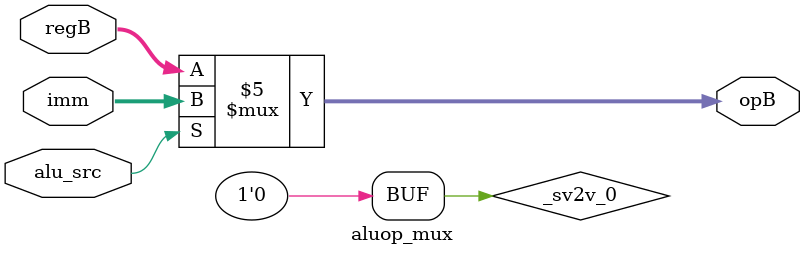
<source format=v>
`default_nettype none
module aluop_mux (
	regB,
	imm,
	alu_src,
	opB
);
	reg _sv2v_0;
	input wire [31:0] regB;
	input wire [31:0] imm;
	input wire alu_src;
	output reg [31:0] opB;
	always @(*) begin
		if (_sv2v_0)
			;
		if (alu_src == 1)
			opB = imm;
		else
			opB = regB;
	end
	initial _sv2v_0 = 0;
endmodule

</source>
